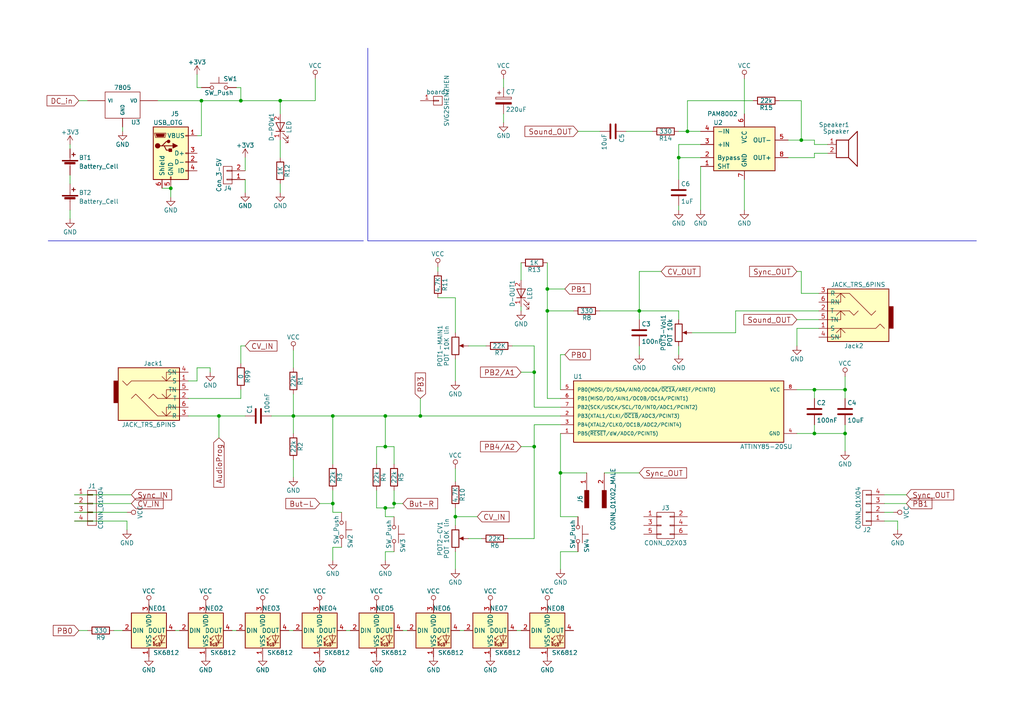
<source format=kicad_sch>
(kicad_sch (version 20230121) (generator eeschema)
  (paper "A4")
  (lib_symbols
    (symbol "MixtapeNEO-3000-rescue:+3V3" (power) (pin_names (offset 0))
      (property "Value" "+3V3" (at 0 3.556 0))
      (symbol "+3V3_1_1"
        (pin power_in line (at 0 0 90) (length 0) hide (name "+3V3") (number "1"))
      )
    )
    (symbol "MixtapeNEO-3000-rescue:7805" (pin_numbers hide) (pin_names (offset 0.762))
      (property "Reference" "U" (at 3.81 -4.9784 0))
      (property "Value" "7805" (at 0 5.08 0))
      (symbol "7805_1_1"
        (pin input line (at 0 -6.35 90) (length 2.54) (name "GND") (number "GND"))
        (pin input line (at -10.16 1.27 0) (length 5.08) (name "VI") (number "VI"))
        (pin power_out line (at 10.16 1.27 180) (length 5.08) (name "VO") (number "VO"))
      )
    )
    (symbol "MixtapeNEO-3000-rescue:ATTINY85-20SU" (pin_names (offset 1.016))
      (property "Reference" "U" (at -29.21 10.16 0))
      (property "Value" "ATTINY85-20SU" (at 25.4 -10.16 0))
      (symbol "ATTINY85-20SU_1_1"
        (pin bidirectional line (at -34.29 -6.35 0) (length 3.81) (name "PB5(~{RESET}/dW/ADC0/PCINT5)") (number "1"))
        (pin bidirectional line (at -34.29 -1.27 0) (length 3.81) (name "PB3(XTAL1/CLKI/~{OC1B}/ADC3/PCINT3)") (number "2"))
        (pin bidirectional line (at -34.29 -3.81 0) (length 3.81) (name "PB4(XTAL2/CLKO/OC1B/ADC2/PCINT4)") (number "3"))
        (pin power_in line (at 34.29 -6.35 180) (length 3.81) (name "GND") (number "4"))
        (pin bidirectional line (at -34.29 6.35 0) (length 3.81) (name "PB0(MOSI/DI/SDA/AIN0/OC0A/~{OC1A}/AREF/PCINT0)") (number "5"))
        (pin bidirectional line (at -34.29 3.81 0) (length 3.81) (name "PB1(MISO/DO/AIN1/OC0B/OC1A/PCINT1)") (number "6"))
        (pin bidirectional line (at -34.29 1.27 0) (length 3.81) (name "PB2(SCK/USCK/SCL/T0/INT0/ADC1/PCINT2)") (number "7"))
        (pin power_in line (at 34.29 6.35 180) (length 3.81) (name "VCC") (number "8"))
      )
    )
    (symbol "MixtapeNEO-3000-rescue:Battery_Cell" (pin_numbers hide) (pin_names (offset 0) hide)
      (property "Reference" "BT" (at 2.54 2.54 0))
      (property "Value" "Battery_Cell" (at 2.54 0 0))
      (symbol "Battery_Cell_1_1"
        (pin passive line (at 0 5.08 270) (length 2.54) (name "+") (number "1"))
        (pin passive line (at 0 -2.54 90) (length 2.54) (name "-") (number "2"))
      )
    )
    (symbol "MixtapeNEO-3000-rescue:C" (pin_numbers hide) (pin_names (offset 0.254))
      (property "Reference" "C" (at 0.635 2.54 0))
      (property "Value" "C" (at 0.635 -2.54 0))
      (symbol "C_1_1"
        (pin passive line (at 0 3.81 270) (length 2.794) (name "~") (number "1"))
        (pin passive line (at 0 -3.81 90) (length 2.794) (name "~") (number "2"))
      )
    )
    (symbol "MixtapeNEO-3000-rescue:CONN_01X01" (pin_names (offset 1.016) hide)
      (property "Reference" "J" (at 0 2.54 0))
      (property "Value" "CONN_01X01" (at 2.54 0 90))
      (symbol "CONN_01X01_1_1"
        (pin passive line (at -5.08 0 0) (length 3.81) (name "P1") (number "1"))
      )
    )
    (symbol "MixtapeNEO-3000-rescue:CONN_01X02" (pin_names (offset 1.016) hide)
      (property "Reference" "J" (at 0 3.81 0))
      (property "Value" "CONN_01X02" (at 2.54 0 90))
      (symbol "CONN_01X02_1_1"
        (pin passive line (at -5.08 1.27 0) (length 3.81) (name "P1") (number "1"))
        (pin passive line (at -5.08 -1.27 0) (length 3.81) (name "P2") (number "2"))
      )
    )
    (symbol "MixtapeNEO-3000-rescue:CONN_01X02_MALE" (pin_names (offset 1.016) hide)
      (property "Reference" "J" (at 0 4.445 0))
      (property "Value" "CONN_01X02_MALE" (at 0 -5.08 0))
      (symbol "CONN_01X02_MALE_1_1"
        (pin passive line (at 7.62 2.54 180) (length 5.08) (name "1") (number "1"))
        (pin passive line (at 7.62 -2.54 180) (length 5.08) (name "2") (number "2"))
      )
    )
    (symbol "MixtapeNEO-3000-rescue:CONN_01X04" (pin_names (offset 1.016) hide)
      (property "Reference" "J" (at 0 6.35 0))
      (property "Value" "CONN_01X04" (at 2.54 0 90))
      (symbol "CONN_01X04_1_1"
        (pin passive line (at -5.08 3.81 0) (length 3.81) (name "P1") (number "1"))
        (pin passive line (at -5.08 1.27 0) (length 3.81) (name "P2") (number "2"))
        (pin passive line (at -5.08 -1.27 0) (length 3.81) (name "P3") (number "3"))
        (pin passive line (at -5.08 -3.81 0) (length 3.81) (name "P4") (number "4"))
      )
    )
    (symbol "MixtapeNEO-3000-rescue:CONN_02X03" (pin_names (offset 0.0254) hide)
      (property "Reference" "J" (at 0 5.08 0))
      (property "Value" "CONN_02X03" (at 0 -5.08 0))
      (symbol "CONN_02X03_1_1"
        (pin passive line (at -6.35 2.54 0) (length 3.81) (name "P1") (number "1"))
        (pin passive line (at 6.35 2.54 180) (length 3.81) (name "P2") (number "2"))
        (pin passive line (at -6.35 0 0) (length 3.81) (name "P3") (number "3"))
        (pin passive line (at 6.35 0 180) (length 3.81) (name "P4") (number "4"))
        (pin passive line (at -6.35 -2.54 0) (length 3.81) (name "P5") (number "5"))
        (pin passive line (at 6.35 -2.54 180) (length 3.81) (name "P6") (number "6"))
      )
    )
    (symbol "MixtapeNEO-3000-rescue:CP" (pin_numbers hide) (pin_names (offset 0.254))
      (property "Reference" "C" (at 0.635 2.54 0))
      (property "Value" "CP" (at 0.635 -2.54 0))
      (symbol "CP_1_1"
        (pin passive line (at 0 3.81 270) (length 2.794) (name "~") (number "1"))
        (pin passive line (at 0 -3.81 90) (length 2.794) (name "~") (number "2"))
      )
    )
    (symbol "MixtapeNEO-3000-rescue:GND" (power) (pin_names (offset 0))
      (property "Value" "GND" (at 0 -3.81 0))
      (symbol "GND_1_1"
        (pin power_in line (at 0 0 270) (length 0) hide (name "GND") (number "1"))
      )
    )
    (symbol "MixtapeNEO-3000-rescue:JACK_TRS_6PINS" (pin_names (offset 0.762))
      (property "Reference" "J" (at 0 10.16 0))
      (property "Value" "JACK_TRS_6PINS" (at -1.27 -7.62 0))
      (symbol "JACK_TRS_6PINS_1_1"
        (pin passive line (at 10.16 5.08 180) (length 2.54) (name "S") (number "1"))
        (pin passive line (at 10.16 0 180) (length 2.54) (name "T") (number "2"))
        (pin passive line (at 10.16 -5.08 180) (length 2.54) (name "R") (number "3"))
        (pin passive line (at 10.16 7.62 180) (length 2.54) (name "SN") (number "4"))
        (pin passive line (at 10.16 2.54 180) (length 2.54) (name "TN") (number "5"))
        (pin passive line (at 10.16 -2.54 180) (length 2.54) (name "RN") (number "6"))
      )
    )
    (symbol "MixtapeNEO-3000-rescue:LED" (pin_names (offset 1.016) hide)
      (property "Reference" "D" (at 0 2.54 0))
      (property "Value" "LED" (at 0 -2.54 0))
      (symbol "LED_1_1"
        (pin passive line (at -3.81 0 0) (length 2.54) (name "K") (number "1"))
        (pin passive line (at 3.81 0 180) (length 2.54) (name "A") (number "2"))
      )
    )
    (symbol "MixtapeNEO-3000-rescue:PAM8002" (pin_names (offset 1.016))
      (property "Reference" "U" (at -7.62 7.62 0))
      (property "Value" "PAM8002" (at -6.35 10.16 0))
      (symbol "PAM8002_1_1"
        (pin passive line (at -12.7 -5.08 0) (length 3.81) (name "SHT") (number "1"))
        (pin input line (at -12.7 -2.54 0) (length 3.81) (name "Bypass") (number "2"))
        (pin input line (at -12.7 1.27 0) (length 3.81) (name "+IN") (number "3"))
        (pin input line (at -12.7 5.08 0) (length 3.81) (name "-IN") (number "4"))
        (pin output line (at 12.7 2.54 180) (length 3.81) (name "OUT-") (number "5"))
        (pin power_in line (at 0 10.16 270) (length 3.81) (name "VCC") (number "6"))
        (pin power_in line (at 0 -8.89 90) (length 2.54) (name "GND") (number "7"))
        (pin output line (at 12.7 -2.54 180) (length 3.81) (name "OUT+") (number "8"))
      )
    )
    (symbol "MixtapeNEO-3000-rescue:POT" (pin_numbers hide) (pin_names (offset 1.016) hide)
      (property "Reference" "RV" (at -4.445 0 90))
      (property "Value" "POT" (at -2.54 0 90))
      (symbol "POT_1_1"
        (pin passive line (at 0 3.81 270) (length 1.27) (name "1") (number "1"))
        (pin passive line (at 3.81 0 180) (length 1.27) (name "2") (number "2"))
        (pin passive line (at 0 -3.81 90) (length 1.27) (name "3") (number "3"))
      )
    )
    (symbol "MixtapeNEO-3000-rescue:R" (pin_numbers hide) (pin_names (offset 0))
      (property "Reference" "R" (at 2.032 0 90))
      (property "Value" "R" (at 0 0 90))
      (symbol "R_1_1"
        (pin passive line (at 0 3.81 270) (length 1.27) (name "~") (number "1"))
        (pin passive line (at 0 -3.81 90) (length 1.27) (name "~") (number "2"))
      )
    )
    (symbol "MixtapeNEO-3000-rescue:SK6812" (pin_names (offset 0.254))
      (property "Reference" "D" (at 5.08 5.715 0))
      (property "Value" "SK6812" (at 1.27 -5.715 0))
      (symbol "SK6812_0_0"
        (text "RGB" (at 2.286 -4.191 0) (effects (font (size 0.762 0.762))))
      )
      (symbol "SK6812_1_1"
        (pin power_in line (at 0 -7.62 90) (length 2.54) (name "VSS") (number "1"))
        (pin input line (at -7.62 0 0) (length 2.54) (name "DIN") (number "2"))
        (pin power_in line (at 0 7.62 270) (length 2.54) (name "VDD") (number "3"))
        (pin output line (at 7.62 0 180) (length 2.54) (name "DOUT") (number "4"))
      )
    )
    (symbol "MixtapeNEO-3000-rescue:Speaker" (pin_names (offset 0) hide)
      (property "Reference" "LS" (at 1.27 5.715 0))
      (property "Value" "Speaker" (at 1.27 3.81 0))
      (symbol "Speaker_1_1"
        (pin input line (at -5.08 0 0) (length 2.54) (name "1") (number "1"))
        (pin input line (at -5.08 -2.54 0) (length 2.54) (name "2") (number "2"))
      )
    )
    (symbol "MixtapeNEO-3000-rescue:USB_OTG" (pin_names (offset 1.016))
      (property "Reference" "J" (at -5.08 11.43 0))
      (property "Value" "USB_OTG" (at -5.08 8.89 0))
      (symbol "USB_OTG_1_1"
        (pin power_in line (at 7.62 5.08 180) (length 2.54) (name "VBUS") (number "1"))
        (pin passive line (at 7.62 -2.54 180) (length 2.54) (name "D-") (number "2"))
        (pin passive line (at 7.62 0 180) (length 2.54) (name "D+") (number "3"))
        (pin passive line (at 7.62 -5.08 180) (length 2.54) (name "ID") (number "4"))
        (pin power_in line (at 0 -10.16 90) (length 2.54) (name "GND") (number "5"))
        (pin passive line (at -2.54 -10.16 90) (length 2.54) (name "Shield") (number "6"))
      )
    )
    (symbol "MixtapeNEO-3000-rescue:VCC" (power) (pin_names (offset 0))
      (property "Value" "VCC" (at 0 3.81 0))
      (symbol "VCC_1_1"
        (pin power_in line (at 0 0 90) (length 0) hide (name "VCC") (number "1"))
      )
    )
    (symbol "mixtape_schematics:SW_Push" (pin_numbers hide) (pin_names (offset 1.016) hide)
      (property "Reference" "SW" (at 1.27 2.54 0))
      (property "Value" "SW_Push" (at 0 -1.524 0))
      (symbol "SW_Push_0_1"
        (pin passive line (at -5.08 0 0) (length 2.54) (name "1") (number "1"))
        (pin passive line (at 5.08 0 180) (length 2.54) (name "2") (number "2"))
      )
    )
  )
  (junction (at 199.39 38.1))
  (junction (at 154.94 129.54))
  (junction (at 162.56 137.16))
  (junction (at 245.11 125.73))
  (junction (at 132.08 149.86))
  (junction (at 196.85 45.72))
  (junction (at 49.53 54.61))
  (junction (at 111.76 147.32))
  (junction (at 236.22 125.73))
  (junction (at 154.94 107.95))
  (junction (at 69.85 29.21))
  (junction (at 232.41 40.64))
  (junction (at 236.22 113.03))
  (junction (at 85.09 120.65))
  (junction (at 111.76 120.65))
  (junction (at 121.92 120.65))
  (junction (at 114.3 146.05))
  (junction (at 158.75 90.17))
  (junction (at 81.28 29.21))
  (junction (at 111.76 129.54))
  (junction (at 58.42 29.21))
  (junction (at 96.52 120.65))
  (junction (at 63.5 120.65))
  (junction (at 185.42 90.17))
  (junction (at 158.75 83.82))
  (junction (at 245.11 113.03))
  (junction (at 96.52 146.05))
  (wire (pts (xy 236.22 113.03) (xy 245.11 113.03)))
  (wire (pts (xy 167.64 160.02) (xy 162.56 160.02)))
  (wire (pts (xy 132.08 86.36) (xy 132.08 96.52)))
  (wire (pts (xy 96.52 158.75) (xy 96.52 162.56)))
  (wire (pts (xy 114.3 146.05) (xy 114.3 142.24)))
  (wire (pts (xy 231.14 78.74) (xy 232.41 78.74)))
  (wire (pts (xy 200.66 96.52) (xy 213.36 96.52)))
  (wire (pts (xy 167.64 38.1) (xy 173.99 38.1)))
  (wire (pts (xy 148.59 100.33) (xy 154.94 100.33)))
  (wire (pts (xy 134.62 182.88) (xy 133.35 182.88)))
  (wire (pts (xy 85.09 133.35) (xy 85.09 138.43)))
  (wire (pts (xy 58.42 29.21) (xy 69.85 29.21)))
  (wire (pts (xy 132.08 147.32) (xy 132.08 149.86)))
  (wire (pts (xy 185.42 78.74) (xy 185.42 90.17)))
  (wire (pts (xy 231.14 125.73) (xy 236.22 125.73)))
  (wire (pts (xy 158.75 76.2) (xy 158.75 83.82)))
  (wire (pts (xy 71.12 100.33) (xy 69.85 100.33)))
  (wire (pts (xy 20.32 50.8) (xy 20.32 53.34)))
  (wire (pts (xy 121.92 115.57) (xy 121.92 120.65)))
  (polyline (pts (xy 106.68 13.97) (xy 106.68 69.85)))
  (wire (pts (xy 111.76 129.54) (xy 111.76 120.65)))
  (wire (pts (xy 236.22 125.73) (xy 236.22 123.19)))
  (wire (pts (xy 85.09 101.6) (xy 85.09 106.68)))
  (wire (pts (xy 151.13 182.88) (xy 149.86 182.88)))
  (wire (pts (xy 162.56 137.16) (xy 162.56 149.86)))
  (wire (pts (xy 81.28 29.21) (xy 91.44 29.21)))
  (wire (pts (xy 121.92 120.65) (xy 162.56 120.65)))
  (wire (pts (xy 232.41 40.64) (xy 236.22 40.64)))
  (wire (pts (xy 151.13 107.95) (xy 154.94 107.95)))
  (wire (pts (xy 196.85 59.69) (xy 196.85 60.96)))
  (wire (pts (xy 245.11 125.73) (xy 245.11 130.81)))
  (wire (pts (xy 96.52 146.05) (xy 96.52 148.59)))
  (wire (pts (xy 35.56 182.88) (xy 33.02 182.88)))
  (wire (pts (xy 69.85 25.4) (xy 69.85 29.21)))
  (wire (pts (xy 69.85 100.33) (xy 69.85 105.41)))
  (wire (pts (xy 158.75 90.17) (xy 158.75 115.57)))
  (wire (pts (xy 132.08 160.02) (xy 132.08 165.1)))
  (wire (pts (xy 57.15 39.37) (xy 58.42 39.37)))
  (wire (pts (xy 146.05 22.86) (xy 146.05 25.4)))
  (wire (pts (xy 54.61 115.57) (xy 69.85 115.57)))
  (wire (pts (xy 228.6 40.64) (xy 232.41 40.64)))
  (wire (pts (xy 226.06 29.21) (xy 232.41 29.21)))
  (wire (pts (xy 71.12 52.07) (xy 71.12 55.88)))
  (wire (pts (xy 71.12 45.72) (xy 71.12 49.53)))
  (wire (pts (xy 116.84 146.05) (xy 114.3 146.05)))
  (wire (pts (xy 96.52 142.24) (xy 96.52 146.05)))
  (wire (pts (xy 151.13 76.2) (xy 151.13 81.28)))
  (wire (pts (xy 58.42 39.37) (xy 58.42 29.21)))
  (wire (pts (xy 81.28 40.64) (xy 81.28 45.72)))
  (wire (pts (xy 85.09 120.65) (xy 85.09 125.73)))
  (wire (pts (xy 21.59 148.59) (xy 36.83 148.59)))
  (wire (pts (xy 232.41 29.21) (xy 232.41 40.64)))
  (wire (pts (xy 96.52 134.62) (xy 96.52 120.65)))
  (wire (pts (xy 240.03 41.91) (xy 236.22 41.91)))
  (wire (pts (xy 256.54 148.59) (xy 259.08 148.59)))
  (wire (pts (xy 154.94 100.33) (xy 154.94 107.95)))
  (wire (pts (xy 60.96 106.68) (xy 60.96 107.95)))
  (wire (pts (xy 185.42 90.17) (xy 196.85 90.17)))
  (wire (pts (xy 114.3 160.02) (xy 111.76 160.02)))
  (wire (pts (xy 236.22 44.45) (xy 240.03 44.45)))
  (wire (pts (xy 231.14 95.25) (xy 237.49 95.25)))
  (wire (pts (xy 232.41 78.74) (xy 232.41 85.09)))
  (wire (pts (xy 36.83 151.13) (xy 36.83 153.67)))
  (wire (pts (xy 236.22 125.73) (xy 245.11 125.73)))
  (wire (pts (xy 189.23 38.1) (xy 181.61 38.1)))
  (wire (pts (xy 135.89 100.33) (xy 140.97 100.33)))
  (wire (pts (xy 199.39 29.21) (xy 199.39 38.1)))
  (wire (pts (xy 52.07 182.88) (xy 50.8 182.88)))
  (wire (pts (xy 57.15 25.4) (xy 58.42 25.4)))
  (wire (pts (xy 20.32 41.91) (xy 20.32 43.18)))
  (wire (pts (xy 196.85 41.91) (xy 196.85 45.72)))
  (wire (pts (xy 154.94 156.21) (xy 147.32 156.21)))
  (wire (pts (xy 22.86 182.88) (xy 25.4 182.88)))
  (wire (pts (xy 69.85 115.57) (xy 69.85 113.03)))
  (wire (pts (xy 196.85 38.1) (xy 199.39 38.1)))
  (wire (pts (xy 162.56 125.73) (xy 162.56 137.16)))
  (wire (pts (xy 54.61 120.65) (xy 63.5 120.65)))
  (wire (pts (xy 68.58 25.4) (xy 69.85 25.4)))
  (wire (pts (xy 146.05 33.02) (xy 146.05 35.56)))
  (wire (pts (xy 158.75 83.82) (xy 158.75 90.17)))
  (wire (pts (xy 175.26 137.16) (xy 185.42 137.16)))
  (wire (pts (xy 245.11 113.03) (xy 245.11 115.57)))
  (wire (pts (xy 114.3 147.32) (xy 114.3 146.05)))
  (wire (pts (xy 81.28 53.34) (xy 81.28 55.88)))
  (wire (pts (xy 218.44 29.21) (xy 199.39 29.21)))
  (wire (pts (xy 135.89 156.21) (xy 139.7 156.21)))
  (wire (pts (xy 91.44 29.21) (xy 91.44 22.86)))
  (wire (pts (xy 154.94 107.95) (xy 154.94 118.11)))
  (wire (pts (xy 114.3 129.54) (xy 114.3 134.62)))
  (wire (pts (xy 21.59 146.05) (xy 38.1 146.05)))
  (wire (pts (xy 68.58 182.88) (xy 67.31 182.88)))
  (wire (pts (xy 162.56 102.87) (xy 163.83 102.87)))
  (wire (pts (xy 63.5 127) (xy 63.5 120.65)))
  (wire (pts (xy 111.76 129.54) (xy 114.3 129.54)))
  (wire (pts (xy 92.71 146.05) (xy 96.52 146.05)))
  (wire (pts (xy 127 86.36) (xy 132.08 86.36)))
  (wire (pts (xy 109.22 147.32) (xy 111.76 147.32)))
  (wire (pts (xy 231.14 95.25) (xy 231.14 100.33)))
  (wire (pts (xy 162.56 137.16) (xy 170.18 137.16)))
  (wire (pts (xy 215.9 22.86) (xy 215.9 33.02)))
  (wire (pts (xy 21.59 143.51) (xy 38.1 143.51)))
  (wire (pts (xy 96.52 148.59) (xy 99.06 148.59)))
  (wire (pts (xy 22.86 29.21) (xy 25.4 29.21)))
  (wire (pts (xy 96.52 120.65) (xy 111.76 120.65)))
  (wire (pts (xy 154.94 123.19) (xy 154.94 129.54)))
  (wire (pts (xy 154.94 129.54) (xy 154.94 156.21)))
  (wire (pts (xy 236.22 41.91) (xy 236.22 40.64)))
  (wire (pts (xy 99.06 158.75) (xy 96.52 158.75)))
  (wire (pts (xy 213.36 96.52) (xy 213.36 90.17)))
  (wire (pts (xy 63.5 120.65) (xy 71.12 120.65)))
  (wire (pts (xy 237.49 92.71) (xy 231.14 92.71)))
  (wire (pts (xy 85.09 182.88) (xy 83.82 182.88)))
  (wire (pts (xy 256.54 151.13) (xy 260.35 151.13)))
  (wire (pts (xy 49.53 54.61) (xy 46.99 54.61)))
  (wire (pts (xy 111.76 160.02) (xy 111.76 162.56)))
  (wire (pts (xy 78.74 120.65) (xy 85.09 120.65)))
  (wire (pts (xy 151.13 88.9) (xy 151.13 90.17)))
  (wire (pts (xy 154.94 123.19) (xy 162.56 123.19)))
  (polyline (pts (xy 105.41 69.85) (xy 13.97 69.85)))
  (wire (pts (xy 85.09 114.3) (xy 85.09 120.65)))
  (wire (pts (xy 111.76 149.86) (xy 114.3 149.86)))
  (wire (pts (xy 236.22 45.72) (xy 236.22 44.45)))
  (wire (pts (xy 173.99 90.17) (xy 185.42 90.17)))
  (wire (pts (xy 231.14 113.03) (xy 236.22 113.03)))
  (wire (pts (xy 196.85 100.33) (xy 196.85 102.87)))
  (wire (pts (xy 154.94 118.11) (xy 162.56 118.11)))
  (wire (pts (xy 57.15 106.68) (xy 60.96 106.68)))
  (wire (pts (xy 20.32 60.96) (xy 20.32 63.5)))
  (wire (pts (xy 262.89 146.05) (xy 256.54 146.05)))
  (wire (pts (xy 151.13 129.54) (xy 154.94 129.54)))
  (wire (pts (xy 111.76 147.32) (xy 111.76 149.86)))
  (wire (pts (xy 162.56 149.86) (xy 167.64 149.86)))
  (wire (pts (xy 245.11 123.19) (xy 245.11 125.73)))
  (polyline (pts (xy 106.68 69.85) (xy 283.21 69.85)))
  (wire (pts (xy 109.22 129.54) (xy 109.22 134.62)))
  (wire (pts (xy 109.22 142.24) (xy 109.22 147.32)))
  (wire (pts (xy 69.85 29.21) (xy 81.28 29.21)))
  (wire (pts (xy 185.42 100.33) (xy 185.42 102.87)))
  (wire (pts (xy 185.42 90.17) (xy 185.42 92.71)))
  (wire (pts (xy 45.72 29.21) (xy 58.42 29.21)))
  (wire (pts (xy 185.42 78.74) (xy 191.77 78.74)))
  (wire (pts (xy 232.41 85.09) (xy 237.49 85.09)))
  (wire (pts (xy 132.08 104.14) (xy 132.08 110.49)))
  (wire (pts (xy 203.2 41.91) (xy 196.85 41.91)))
  (wire (pts (xy 109.22 129.54) (xy 111.76 129.54)))
  (wire (pts (xy 162.56 160.02) (xy 162.56 165.1)))
  (wire (pts (xy 101.6 182.88) (xy 100.33 182.88)))
  (wire (pts (xy 111.76 120.65) (xy 121.92 120.65)))
  (wire (pts (xy 81.28 29.21) (xy 81.28 33.02)))
  (wire (pts (xy 196.85 90.17) (xy 196.85 92.71)))
  (wire (pts (xy 196.85 45.72) (xy 196.85 52.07)))
  (wire (pts (xy 215.9 52.07) (xy 215.9 60.96)))
  (wire (pts (xy 118.11 182.88) (xy 116.84 182.88)))
  (wire (pts (xy 158.75 90.17) (xy 166.37 90.17)))
  (wire (pts (xy 35.56 36.83) (xy 35.56 38.1)))
  (wire (pts (xy 163.83 83.82) (xy 158.75 83.82)))
  (wire (pts (xy 158.75 115.57) (xy 162.56 115.57)))
  (wire (pts (xy 138.43 149.86) (xy 132.08 149.86)))
  (wire (pts (xy 111.76 147.32) (xy 114.3 147.32)))
  (wire (pts (xy 203.2 45.72) (xy 196.85 45.72)))
  (wire (pts (xy 49.53 54.61) (xy 49.53 57.15)))
  (wire (pts (xy 85.09 120.65) (xy 96.52 120.65)))
  (wire (pts (xy 245.11 109.22) (xy 245.11 113.03)))
  (wire (pts (xy 54.61 110.49) (xy 57.15 110.49)))
  (wire (pts (xy 57.15 21.59) (xy 57.15 25.4)))
  (wire (pts (xy 132.08 135.89) (xy 132.08 139.7)))
  (wire (pts (xy 260.35 151.13) (xy 260.35 153.67)))
  (wire (pts (xy 236.22 113.03) (xy 236.22 115.57)))
  (wire (pts (xy 262.89 143.51) (xy 256.54 143.51)))
  (wire (pts (xy 228.6 45.72) (xy 236.22 45.72)))
  (wire (pts (xy 127 77.47) (xy 127 78.74)))
  (wire (pts (xy 132.08 149.86) (xy 132.08 152.4)))
  (wire (pts (xy 199.39 38.1) (xy 203.2 38.1)))
  (wire (pts (xy 162.56 113.03) (xy 162.56 102.87)))
  (wire (pts (xy 57.15 110.49) (xy 57.15 106.68)))
  (wire (pts (xy 203.2 48.26) (xy 203.2 60.96)))
  (wire (pts (xy 213.36 90.17) (xy 237.49 90.17)))
  (wire (pts (xy 21.59 151.13) (xy 36.83 151.13)))
  (global_label "Sync_OUT" (shape input) (at 262.89 143.51 0) (effects (font (size 1.524 1.524))) (property "Intersheetrefs" "${INTERSHEET_REFS}" (effects hide)))
  (global_label "PB0" (shape input) (at 22.86 182.88 180) (effects (font (size 1.524 1.524))) (property "Intersheetrefs" "${INTERSHEET_REFS}" (effects hide)))
  (global_label "CV_IN" (shape input) (at 138.43 149.86 0) (effects (font (size 1.524 1.524))) (property "Intersheetrefs" "${INTERSHEET_REFS}" (effects hide)))
  (global_label "PB1" (shape input) (at 163.83 83.82 0) (effects (font (size 1.524 1.524))) (property "Intersheetrefs" "${INTERSHEET_REFS}" (effects hide)))
  (global_label "Sound_OUT" (shape input) (at 167.64 38.1 180) (effects (font (size 1.524 1.524))) (property "Intersheetrefs" "${INTERSHEET_REFS}" (effects hide)))
  (global_label "PB4/A2" (shape input) (at 151.13 129.54 180) (effects (font (size 1.524 1.524))) (property "Intersheetrefs" "${INTERSHEET_REFS}" (effects hide)))
  (global_label "PB0" (shape input) (at 163.83 102.87 0) (effects (font (size 1.524 1.524))) (property "Intersheetrefs" "${INTERSHEET_REFS}" (effects hide)))
  (global_label "PB1" (shape input) (at 262.89 146.05 0) (effects (font (size 1.524 1.524))) (property "Intersheetrefs" "${INTERSHEET_REFS}" (effects hide)))
  (global_label "DC_in" (shape input) (at 22.86 29.21 180) (effects (font (size 1.524 1.524))) (property "Intersheetrefs" "${INTERSHEET_REFS}" (effects hide)))
  (global_label "CV_OUT" (shape input) (at 191.77 78.74 0) (effects (font (size 1.524 1.524))) (property "Intersheetrefs" "${INTERSHEET_REFS}" (effects hide)))
  (global_label "But-L" (shape input) (at 92.71 146.05 180) (effects (font (size 1.524 1.524))) (property "Intersheetrefs" "${INTERSHEET_REFS}" (effects hide)))
  (global_label "AudioProg" (shape input) (at 63.5 127 270) (effects (font (size 1.524 1.524))) (property "Intersheetrefs" "${INTERSHEET_REFS}" (effects hide)))
  (global_label "Sound_OUT" (shape input) (at 231.14 92.71 180) (effects (font (size 1.524 1.524))) (property "Intersheetrefs" "${INTERSHEET_REFS}" (effects hide)))
  (global_label "CV_IN" (shape input) (at 38.1 146.05 0) (effects (font (size 1.524 1.524))) (property "Intersheetrefs" "${INTERSHEET_REFS}" (effects hide)))
  (global_label "Sync_OUT" (shape input) (at 185.42 137.16 0) (effects (font (size 1.524 1.524))) (property "Intersheetrefs" "${INTERSHEET_REFS}" (effects hide)))
  (global_label "PB2/A1" (shape input) (at 151.13 107.95 180) (effects (font (size 1.524 1.524))) (property "Intersheetrefs" "${INTERSHEET_REFS}" (effects hide)))
  (global_label "CV_IN" (shape input) (at 71.12 100.33 0) (effects (font (size 1.524 1.524))) (property "Intersheetrefs" "${INTERSHEET_REFS}" (effects hide)))
  (global_label "PB3" (shape input) (at 121.92 115.57 90) (effects (font (size 1.524 1.524))) (property "Intersheetrefs" "${INTERSHEET_REFS}" (effects hide)))
  (global_label "Sync_IN" (shape input) (at 38.1 143.51 0) (effects (font (size 1.524 1.524))) (property "Intersheetrefs" "${INTERSHEET_REFS}" (effects hide)))
  (global_label "But-R" (shape input) (at 116.84 146.05 0) (effects (font (size 1.524 1.524))) (property "Intersheetrefs" "${INTERSHEET_REFS}" (effects hide)))
  (global_label "Sync_OUT" (shape input) (at 231.14 78.74 180) (effects (font (size 1.524 1.524))) (property "Intersheetrefs" "${INTERSHEET_REFS}" (effects hide)))
  (symbol (lib_id "MixtapeNEO-3000-rescue:POT") (at 132.08 156.21 0) (unit 1)
    (property "Reference" "POT2-CV1" (at 127.635 156.21 90))
    (property "Value" "POT 10K lin" (at 129.54 156.21 90))
    (property "Footprint" "8BitMixtape-3000-clean:Potentiometer_backPads_noHole" (effects hide))
  )
  (symbol (lib_id "MixtapeNEO-3000-rescue:POT") (at 132.08 100.33 0) (unit 1)
    (property "Reference" "POT1-MAIN1" (at 127.635 100.33 90))
    (property "Value" "POT 10K lin" (at 129.54 100.33 90))
    (property "Footprint" "8BitMixtape-3000-clean:Potentiometer_backPads_noHole" (effects hide))
  )
  (symbol (lib_id "MixtapeNEO-3000-rescue:POT") (at 196.85 96.52 0) (unit 1)
    (property "Reference" "POT3-Vol1" (at 192.405 96.52 90))
    (property "Value" "POT 10k" (at 194.31 96.52 90))
    (property "Footprint" "8BitMixtape-3000-clean:Potentiometer_wheel" (effects hide))
  )
  (symbol (lib_id "MixtapeNEO-3000-rescue:JACK_TRS_6PINS") (at 247.65 90.17 180) (unit 1)
    (property "Reference" "Jack2" (at 247.65 100.33 0))
    (property "Value" "JACK_TRS_6PINS" (at 248.92 82.55 0))
    (property "Footprint" "8BitMixtape-3000-clean:AUDIO-Jack_3.5mm_5Pin" (effects hide))
  )
  (symbol (lib_id "MixtapeNEO-3000-rescue:JACK_TRS_6PINS") (at 44.45 115.57 0) (unit 1)
    (property "Reference" "Jack1" (at 44.45 105.41 0))
    (property "Value" "JACK_TRS_6PINS" (at 43.18 123.19 0))
    (property "Footprint" "8BitMixtape-3000-clean:AUDIO-Jack_3.5mm_5Pin" (effects hide))
  )
  (symbol (lib_id "MixtapeNEO-3000-rescue:R") (at 127 82.55 0) (unit 1)
    (property "Reference" "R11" (at 129.032 82.55 90))
    (property "Value" "4.7K" (at 127 82.55 90))
    (property "Footprint" "8BitMixtape-3000-clean:R_1206_HandSoldering" (effects hide))
  )
  (symbol (lib_id "MixtapeNEO-3000-rescue:R") (at 132.08 143.51 0) (unit 1)
    (property "Reference" "R10" (at 134.112 143.51 90))
    (property "Value" "4.7K" (at 132.08 143.51 90))
    (property "Footprint" "8BitMixtape-3000-clean:R_1206_HandSoldering" (effects hide))
  )
  (symbol (lib_id "MixtapeNEO-3000-rescue:C") (at 74.93 120.65 90) (unit 1)
    (property "Reference" "C1" (at 72.39 120.015 0) (effects (justify left)))
    (property "Value" "100nF" (at 77.47 120.015 0) (effects (justify left)))
    (property "Footprint" "8BitMixtape-3000-clean:C_1206_HandSoldering" (effects hide))
  )
  (symbol (lib_id "MixtapeNEO-3000-rescue:C") (at 236.22 119.38 0) (unit 1)
    (property "Reference" "C2" (at 236.855 116.84 0) (effects (justify left)))
    (property "Value" "100nF" (at 236.855 121.92 0) (effects (justify left)))
    (property "Footprint" "8BitMixtape-3000-clean:C_1206_HandSoldering" (effects hide))
  )
  (symbol (lib_id "MixtapeNEO-3000-rescue:C") (at 185.42 96.52 0) (unit 1)
    (property "Reference" "C3" (at 186.055 93.98 0) (effects (justify left)))
    (property "Value" "100nF" (at 186.055 99.06 0) (effects (justify left)))
    (property "Footprint" "8BitMixtape-3000-clean:C_1206_HandSoldering" (effects hide))
  )
  (symbol (lib_id "MixtapeNEO-3000-rescue:GND") (at 132.08 110.49 0) (unit 1)
    (property "Reference" "#PWR01" (effects hide))
    (property "Value" "GND" (at 132.08 114.3 0))
  )
  (symbol (lib_id "MixtapeNEO-3000-rescue:VCC") (at 127 77.47 0) (unit 1)
    (property "Reference" "#PWR02" (effects hide))
    (property "Value" "VCC" (at 127 73.66 0))
  )
  (symbol (lib_id "MixtapeNEO-3000-rescue:VCC") (at 132.08 135.89 0) (unit 1)
    (property "Reference" "#PWR03" (effects hide))
    (property "Value" "VCC" (at 132.08 132.08 0))
  )
  (symbol (lib_id "MixtapeNEO-3000-rescue:R") (at 144.78 100.33 270) (unit 1)
    (property "Reference" "R7" (at 144.78 102.362 90))
    (property "Value" "22K" (at 144.78 100.33 90))
    (property "Footprint" "8BitMixtape-3000-clean:R_1206_HandSoldering" (effects hide))
  )
  (symbol (lib_id "MixtapeNEO-3000-rescue:R") (at 143.51 156.21 270) (unit 1)
    (property "Reference" "R6" (at 143.51 158.242 90))
    (property "Value" "22K" (at 143.51 156.21 90))
    (property "Footprint" "8BitMixtape-3000-clean:R_1206_HandSoldering" (effects hide))
  )
  (symbol (lib_id "MixtapeNEO-3000-rescue:R") (at 85.09 110.49 0) (unit 1)
    (property "Reference" "R1" (at 87.122 110.49 90))
    (property "Value" "22k" (at 85.09 110.49 90))
    (property "Footprint" "8BitMixtape-3000-clean:R_1206_HandSoldering" (effects hide))
  )
  (symbol (lib_id "MixtapeNEO-3000-rescue:R") (at 85.09 129.54 0) (unit 1)
    (property "Reference" "R2" (at 87.122 129.54 90))
    (property "Value" "22k" (at 85.09 129.54 90))
    (property "Footprint" "8BitMixtape-3000-clean:R_1206_HandSoldering" (effects hide))
  )
  (symbol (lib_id "MixtapeNEO-3000-rescue:GND") (at 85.09 138.43 0) (unit 1)
    (property "Reference" "#PWR04" (effects hide))
    (property "Value" "GND" (at 85.09 142.24 0))
  )
  (symbol (lib_id "MixtapeNEO-3000-rescue:VCC") (at 85.09 101.6 0) (unit 1)
    (property "Reference" "#PWR05" (effects hide))
    (property "Value" "VCC" (at 85.09 97.79 0))
  )
  (symbol (lib_id "MixtapeNEO-3000-rescue:GND") (at 132.08 165.1 0) (unit 1)
    (property "Reference" "#PWR06" (effects hide))
    (property "Value" "GND" (at 132.08 168.91 0))
  )
  (symbol (lib_id "MixtapeNEO-3000-rescue:R") (at 96.52 138.43 0) (unit 1)
    (property "Reference" "R3" (at 98.552 138.43 90))
    (property "Value" "22k" (at 96.52 138.43 90))
    (property "Footprint" "8BitMixtape-3000-clean:R_1206_HandSoldering" (effects hide))
  )
  (symbol (lib_id "MixtapeNEO-3000-rescue:R") (at 109.22 138.43 0) (unit 1)
    (property "Reference" "R4" (at 111.252 138.43 90))
    (property "Value" "22k" (at 109.22 138.43 90))
    (property "Footprint" "8BitMixtape-3000-clean:R_1206_HandSoldering" (effects hide))
  )
  (symbol (lib_id "MixtapeNEO-3000-rescue:R") (at 114.3 138.43 0) (unit 1)
    (property "Reference" "R5" (at 116.332 138.43 90))
    (property "Value" "22k" (at 114.3 138.43 90))
    (property "Footprint" "8BitMixtape-3000-clean:R_1206_HandSoldering" (effects hide))
  )
  (symbol (lib_id "MixtapeNEO-3000-rescue:GND") (at 111.76 162.56 0) (unit 1)
    (property "Reference" "#PWR07" (effects hide))
    (property "Value" "GND" (at 111.76 166.37 0))
  )
  (symbol (lib_id "MixtapeNEO-3000-rescue:GND") (at 96.52 162.56 0) (unit 1)
    (property "Reference" "#PWR08" (effects hide))
    (property "Value" "GND" (at 96.52 166.37 0))
  )
  (symbol (lib_id "MixtapeNEO-3000-rescue:R") (at 170.18 90.17 270) (unit 1)
    (property "Reference" "R8" (at 170.18 92.202 90))
    (property "Value" "330" (at 170.18 90.17 90))
    (property "Footprint" "8BitMixtape-3000-clean:R_1206_HandSoldering" (effects hide))
  )
  (symbol (lib_id "MixtapeNEO-3000-rescue:GND") (at 185.42 102.87 0) (unit 1)
    (property "Reference" "#PWR09" (effects hide))
    (property "Value" "GND" (at 185.42 106.68 0))
  )
  (symbol (lib_id "MixtapeNEO-3000-rescue:GND") (at 196.85 102.87 0) (unit 1)
    (property "Reference" "#PWR010" (effects hide))
    (property "Value" "GND" (at 196.85 106.68 0))
  )
  (symbol (lib_id "MixtapeNEO-3000-rescue:GND") (at 231.14 100.33 0) (unit 1)
    (property "Reference" "#PWR011" (effects hide))
    (property "Value" "GND" (at 231.14 104.14 0))
  )
  (symbol (lib_id "MixtapeNEO-3000-rescue:GND") (at 60.96 107.95 0) (unit 1)
    (property "Reference" "#PWR012" (effects hide))
    (property "Value" "GND" (at 60.96 111.76 0))
  )
  (symbol (lib_id "MixtapeNEO-3000-rescue:GND") (at 36.83 153.67 0) (unit 1)
    (property "Reference" "#PWR013" (effects hide))
    (property "Value" "GND" (at 36.83 157.48 0))
  )
  (symbol (lib_id "MixtapeNEO-3000-rescue:VCC") (at 36.83 148.59 270) (unit 1)
    (property "Reference" "#PWR014" (effects hide))
    (property "Value" "VCC" (at 40.64 148.59 0))
  )
  (symbol (lib_id "MixtapeNEO-3000-rescue:CONN_01X02_MALE") (at 172.72 144.78 90) (unit 1)
    (property "Reference" "J6" (at 168.275 144.78 0))
    (property "Value" "CONN_01X02_MALE" (at 177.8 144.78 0))
    (property "Footprint" "8BitMixtape-3000-clean:R_0612" (effects hide))
  )
  (symbol (lib_id "MixtapeNEO-3000-rescue:C") (at 245.11 119.38 0) (unit 1)
    (property "Reference" "C4" (at 245.745 116.84 0) (effects (justify left)))
    (property "Value" "10uF" (at 245.745 121.92 0) (effects (justify left)))
    (property "Footprint" "8BitMixtape-3000-clean:C_1206_HandSoldering" (effects hide))
  )
  (symbol (lib_id "MixtapeNEO-3000-rescue:VCC") (at 245.11 109.22 0) (unit 1)
    (property "Reference" "#PWR015" (effects hide))
    (property "Value" "VCC" (at 245.11 105.41 0))
  )
  (symbol (lib_id "MixtapeNEO-3000-rescue:GND") (at 245.11 130.81 0) (unit 1)
    (property "Reference" "#PWR016" (effects hide))
    (property "Value" "GND" (at 245.11 134.62 0))
  )
  (symbol (lib_id "MixtapeNEO-3000-rescue:GND") (at 162.56 165.1 0) (unit 1)
    (property "Reference" "#PWR017" (effects hide))
    (property "Value" "GND" (at 162.56 168.91 0))
  )
  (symbol (lib_id "MixtapeNEO-3000-rescue:ATTINY85-20SU") (at 196.85 119.38 0) (unit 1)
    (property "Reference" "U1" (at 167.64 109.22 0))
    (property "Value" "ATTINY85-20SU" (at 222.25 129.54 0))
    (property "Footprint" "8BitMixtape-3000-clean:Attiny_DIP-8_W7.62mm_mod" (effects hide))
  )
  (symbol (lib_id "mixtape_schematics:SW_Push") (at 63.5 25.4 0) (unit 1)
    (property "Reference" "SW1" (at 64.77 22.86 0) (effects (justify left)))
    (property "Value" "SW_Push" (at 63.5 26.924 0))
    (property "Footprint" "8BitMixtape-3000-clean:Push_SWITCH_hole" (effects hide))
  )
  (symbol (lib_id "mixtape_schematics:SW_Push") (at 99.06 153.67 270) (unit 1)
    (property "Reference" "SW2" (at 101.6 154.94 0) (effects (justify left)))
    (property "Value" "SW_Push" (at 97.536 153.67 0))
    (property "Footprint" "8BitMixtape-3000-clean:TACTILE-PTH_6mm_SMD" (effects hide))
  )
  (symbol (lib_id "mixtape_schematics:SW_Push") (at 114.3 154.94 270) (unit 1)
    (property "Reference" "SW3" (at 116.84 156.21 0) (effects (justify left)))
    (property "Value" "SW_Push" (at 112.776 154.94 0))
    (property "Footprint" "8BitMixtape-3000-clean:TACTILE-PTH_6mm_SMD" (effects hide))
  )
  (symbol (lib_id "MixtapeNEO-3000-rescue:LED") (at 151.13 85.09 90) (unit 1)
    (property "Reference" "D-OUT1" (at 148.59 85.09 0))
    (property "Value" "LED" (at 153.67 85.09 0))
    (property "Footprint" "8BitMixtape-3000-clean:LED_2835_minimal" (effects hide))
  )
  (symbol (lib_id "MixtapeNEO-3000-rescue:R") (at 154.94 76.2 270) (unit 1)
    (property "Reference" "R13" (at 154.94 78.232 90))
    (property "Value" "1K" (at 154.94 76.2 90))
    (property "Footprint" "8BitMixtape-3000-clean:R_1206_HandSoldering" (effects hide))
  )
  (symbol (lib_id "MixtapeNEO-3000-rescue:GND") (at 151.13 90.17 0) (unit 1)
    (property "Reference" "#PWR018" (effects hide))
    (property "Value" "GND" (at 151.13 93.98 0))
  )
  (symbol (lib_id "MixtapeNEO-3000-rescue:7805") (at 35.56 30.48 0) (unit 1)
    (property "Reference" "U3" (at 39.37 35.4584 0))
    (property "Value" "7805" (at 35.56 25.4 0))
    (property "Footprint" "8BitMixtape-3000-clean:TO-252-3_TabPin2" (effects hide))
  )
  (symbol (lib_id "MixtapeNEO-3000-rescue:GND") (at 35.56 38.1 0) (unit 1)
    (property "Reference" "#PWR019" (effects hide))
    (property "Value" "GND" (at 35.56 41.91 0))
  )
  (symbol (lib_id "MixtapeNEO-3000-rescue:VCC") (at 91.44 22.86 0) (unit 1)
    (property "Reference" "#PWR020" (effects hide))
    (property "Value" "VCC" (at 91.44 19.05 0))
  )
  (symbol (lib_id "MixtapeNEO-3000-rescue:USB_OTG") (at 49.53 44.45 0) (unit 1)
    (property "Reference" "J5" (at 49.53 33.02 0) (effects (justify left)))
    (property "Value" "USB_OTG" (at 44.45 35.56 0) (effects (justify left)))
    (property "Footprint" "8BitMixtape-3000-clean:USB_Micro-B" (effects hide))
  )
  (symbol (lib_id "MixtapeNEO-3000-rescue:GND") (at 49.53 57.15 0) (unit 1)
    (property "Reference" "#PWR021" (effects hide))
    (property "Value" "GND" (at 49.53 60.96 0))
  )
  (symbol (lib_id "MixtapeNEO-3000-rescue:LED") (at 81.28 36.83 90) (unit 1)
    (property "Reference" "D-POW1" (at 78.74 36.83 0))
    (property "Value" "LED" (at 83.82 36.83 0))
    (property "Footprint" "8BitMixtape-3000-clean:LED_2835_minimal" (effects hide))
  )
  (symbol (lib_id "MixtapeNEO-3000-rescue:R") (at 81.28 49.53 0) (unit 1)
    (property "Reference" "R12" (at 83.312 49.53 90))
    (property "Value" "1K" (at 81.28 49.53 90))
    (property "Footprint" "8BitMixtape-3000-clean:R_1206_HandSoldering" (effects hide))
  )
  (symbol (lib_id "MixtapeNEO-3000-rescue:GND") (at 81.28 55.88 0) (unit 1)
    (property "Reference" "#PWR022" (effects hide))
    (property "Value" "GND" (at 81.28 59.69 0))
  )
  (symbol (lib_id "mixtape_schematics:SW_Push") (at 167.64 154.94 270) (unit 1)
    (property "Reference" "SW4" (at 170.18 156.21 0) (effects (justify left)))
    (property "Value" "SW_Push" (at 166.116 154.94 0))
    (property "Footprint" "8BitMixtape-3000-clean:SW_SPST_FSMSM" (effects hide))
  )
  (symbol (lib_id "MixtapeNEO-3000-rescue:CONN_02X03") (at 193.04 152.4 0) (unit 1)
    (property "Reference" "J3" (at 193.04 147.32 0))
    (property "Value" "CONN_02X03" (at 193.04 157.48 0))
    (property "Footprint" "8BitMixtape-3000-clean:Socket_Strip_Straight_2x03_Pitch2.54mm" (effects hide))
  )
  (symbol (lib_id "MixtapeNEO-3000-rescue:CONN_01X04") (at 251.46 147.32 180) (unit 1)
    (property "Reference" "J2" (at 251.46 153.67 0))
    (property "Value" "CONN_01X04" (at 248.92 147.32 90))
    (property "Footprint" "8BitMixtape-3000-clean:Angled_1x04_Pitch2.54mm-flip" (effects hide))
  )
  (symbol (lib_id "MixtapeNEO-3000-rescue:GND") (at 260.35 153.67 0) (unit 1)
    (property "Reference" "#PWR023" (effects hide))
    (property "Value" "GND" (at 260.35 157.48 0))
  )
  (symbol (lib_id "MixtapeNEO-3000-rescue:VCC") (at 259.08 148.59 270) (unit 1)
    (property "Reference" "#PWR024" (effects hide))
    (property "Value" "VCC" (at 262.89 148.59 0))
  )
  (symbol (lib_id "MixtapeNEO-3000-rescue:CONN_01X02") (at 66.04 50.8 180) (unit 1)
    (property "Reference" "J4" (at 66.04 54.61 0))
    (property "Value" "Con_3-5V" (at 63.5 50.8 90))
    (property "Footprint" "8BitMixtape-3000-clean:Bat_connector_SMD" (effects hide))
  )
  (symbol (lib_id "MixtapeNEO-3000-rescue:GND") (at 71.12 55.88 0) (unit 1)
    (property "Reference" "#PWR025" (effects hide))
    (property "Value" "GND" (at 71.12 59.69 0))
  )
  (symbol (lib_id "MixtapeNEO-3000-rescue:+3V3") (at 57.15 21.59 0) (unit 1)
    (property "Reference" "#PWR026" (effects hide))
    (property "Value" "+3V3" (at 57.15 18.034 0))
  )
  (symbol (lib_id "MixtapeNEO-3000-rescue:+3V3") (at 71.12 45.72 0) (unit 1)
    (property "Reference" "#PWR027" (effects hide))
    (property "Value" "+3V3" (at 71.12 42.164 0))
  )
  (symbol (lib_id "MixtapeNEO-3000-rescue:GND") (at 43.18 190.5 0) (unit 1)
    (property "Reference" "#PWR028" (effects hide))
    (property "Value" "GND" (at 43.18 194.31 0))
  )
  (symbol (lib_id "MixtapeNEO-3000-rescue:VCC") (at 43.18 175.26 0) (unit 1)
    (property "Reference" "#PWR029" (effects hide))
    (property "Value" "VCC" (at 43.18 171.45 0))
  )
  (symbol (lib_id "MixtapeNEO-3000-rescue:R") (at 29.21 182.88 270) (unit 1)
    (property "Reference" "R9" (at 29.21 184.912 90))
    (property "Value" "330" (at 29.21 182.88 90))
    (property "Footprint" "8BitMixtape-3000-clean:R_1206_HandSoldering" (effects hide))
  )
  (symbol (lib_id "MixtapeNEO-3000-rescue:CONN_01X01") (at 127 29.21 0) (unit 1)
    (property "Reference" "board1" (at 127 26.67 0))
    (property "Value" "SVG2SHENZHEN" (at 129.54 29.21 90))
    (property "Footprint" "8BitMixtape-3000-clean:MixtapeNEO-3000" (effects hide))
  )
  (symbol (lib_id "MixtapeNEO-3000-rescue:CONN_01X04") (at 26.67 147.32 0) (unit 1)
    (property "Reference" "J1" (at 26.67 140.97 0))
    (property "Value" "CONN_01X04" (at 29.21 147.32 90))
    (property "Footprint" "8BitMixtape-3000-clean:Angled_1x04_Pitch2.54mm-flip" (effects hide))
  )
  (symbol (lib_id "MixtapeNEO-3000-rescue:PAM8002") (at 215.9 43.18 0) (unit 1)
    (property "Reference" "U2" (at 208.28 35.56 0))
    (property "Value" "PAM8002" (at 209.55 33.02 0))
    (property "Footprint" "8BitMixtape-3000-clean:SO-8_5.3x6.2mm_Pitch1.27mm" (effects hide))
  )
  (symbol (lib_id "MixtapeNEO-3000-rescue:R") (at 193.04 38.1 270) (unit 1)
    (property "Reference" "R14" (at 193.04 40.132 90))
    (property "Value" "330" (at 193.04 38.1 90))
    (property "Footprint" "8BitMixtape-3000-clean:R_1206_HandSoldering" (effects hide))
  )
  (symbol (lib_id "MixtapeNEO-3000-rescue:R") (at 222.25 29.21 270) (unit 1)
    (property "Reference" "R15" (at 222.25 31.242 90))
    (property "Value" "22k" (at 222.25 29.21 90))
    (property "Footprint" "8BitMixtape-3000-clean:R_1206_HandSoldering" (effects hide))
  )
  (symbol (lib_id "MixtapeNEO-3000-rescue:C") (at 177.8 38.1 270) (unit 1)
    (property "Reference" "C5" (at 180.34 38.735 0) (effects (justify left)))
    (property "Value" "10uF" (at 175.26 38.735 0) (effects (justify left)))
    (property "Footprint" "8BitMixtape-3000-clean:C_1206_HandSoldering" (effects hide))
  )
  (symbol (lib_id "MixtapeNEO-3000-rescue:C") (at 196.85 55.88 0) (unit 1)
    (property "Reference" "C6" (at 197.485 53.34 0) (effects (justify left)))
    (property "Value" "1uF" (at 197.485 58.42 0) (effects (justify left)))
    (property "Footprint" "8BitMixtape-3000-clean:C_1206_HandSoldering" (effects hide))
  )
  (symbol (lib_id "MixtapeNEO-3000-rescue:VCC") (at 215.9 22.86 0) (unit 1)
    (property "Reference" "#PWR030" (effects hide))
    (property "Value" "VCC" (at 215.9 19.05 0))
  )
  (symbol (lib_id "MixtapeNEO-3000-rescue:GND") (at 215.9 60.96 0) (unit 1)
    (property "Reference" "#PWR031" (effects hide))
    (property "Value" "GND" (at 215.9 64.77 0))
  )
  (symbol (lib_id "MixtapeNEO-3000-rescue:GND") (at 196.85 60.96 0) (unit 1)
    (property "Reference" "#PWR032" (effects hide))
    (property "Value" "GND" (at 196.85 64.77 0))
  )
  (symbol (lib_id "MixtapeNEO-3000-rescue:Speaker") (at 245.11 41.91 0) (unit 1)
    (property "Reference" "Speaker1" (at 246.38 36.195 0) (effects (justify right)))
    (property "Value" "Speaker" (at 246.38 38.1 0) (effects (justify right)))
    (property "Footprint" "8BitMixtape-3000-clean:SpeakerPads_SMD" (effects hide))
  )
  (symbol (lib_id "MixtapeNEO-3000-rescue:VCC") (at 146.05 22.86 0) (unit 1)
    (property "Reference" "#PWR037" (effects hide))
    (property "Value" "VCC" (at 146.05 19.05 0))
  )
  (symbol (lib_id "MixtapeNEO-3000-rescue:GND") (at 146.05 35.56 0) (unit 1)
    (property "Reference" "#PWR033" (effects hide))
    (property "Value" "GND" (at 146.05 39.37 0))
  )
  (symbol (lib_id "MixtapeNEO-3000-rescue:GND") (at 203.2 60.96 0) (unit 1)
    (property "Reference" "#PWR034" (effects hide))
    (property "Value" "GND" (at 203.2 64.77 0))
  )
  (symbol (lib_id "MixtapeNEO-3000-rescue:CP") (at 146.05 29.21 0) (unit 1)
    (property "Reference" "C7" (at 146.685 26.67 0) (effects (justify left)))
    (property "Value" "220uF" (at 146.685 31.75 0) (effects (justify left)))
    (property "Footprint" "8BitMixtape-3000-clean:C_1206_HandSoldering" (effects hide))
  )
  (symbol (lib_id "MixtapeNEO-3000-rescue:Battery_Cell") (at 20.32 48.26 0) (unit 1)
    (property "Reference" "BT1" (at 22.86 45.72 0) (effects (justify left)))
    (property "Value" "Battery_Cell" (at 22.86 48.26 0) (effects (justify left)))
    (property "Footprint" "8BitMixtape-3000-clean:BAT_Holder_AAA-new_noHole" (effects hide))
  )
  (symbol (lib_id "MixtapeNEO-3000-rescue:Battery_Cell") (at 20.32 58.42 0) (unit 1)
    (property "Reference" "BT2" (at 22.86 55.88 0) (effects (justify left)))
    (property "Value" "Battery_Cell" (at 22.86 58.42 0) (effects (justify left)))
    (property "Footprint" "8BitMixtape-3000-clean:BAT_Holder_AAA-new_noHole" (effects hide))
  )
  (symbol (lib_id "MixtapeNEO-3000-rescue:GND") (at 20.32 63.5 0) (unit 1)
    (property "Reference" "#PWR035" (effects hide))
    (property "Value" "GND" (at 20.32 67.31 0))
  )
  (symbol (lib_id "MixtapeNEO-3000-rescue:+3V3") (at 20.32 41.91 0) (unit 1)
    (property "Reference" "#PWR036" (effects hide))
    (property "Value" "+3V3" (at 20.32 38.354 0))
  )
  (symbol (lib_id "MixtapeNEO-3000-rescue:SK6812") (at 43.18 182.88 0) (unit 1)
    (property "Reference" "NEO1" (at 48.26 177.165 0) (effects (justify right bottom)))
    (property "Value" "SK6812" (at 44.45 188.595 0) (effects (justify left top)))
    (property "Footprint" "8BitMixtape-3000-clean:Mixtape_NEO_WS2812B" (effects hide))
  )
  (symbol (lib_id "MixtapeNEO-3000-rescue:GND") (at 59.69 190.5 0) (unit 1)
    (property "Reference" "#PWR038" (effects hide))
    (property "Value" "GND" (at 59.69 194.31 0))
  )
  (symbol (lib_id "MixtapeNEO-3000-rescue:VCC") (at 59.69 175.26 0) (unit 1)
    (property "Reference" "#PWR039" (effects hide))
    (property "Value" "VCC" (at 59.69 171.45 0))
  )
  (symbol (lib_id "MixtapeNEO-3000-rescue:SK6812") (at 59.69 182.88 0) (unit 1)
    (property "Reference" "NEO2" (at 64.77 177.165 0) (effects (justify right bottom)))
    (property "Value" "SK6812" (at 60.96 188.595 0) (effects (justify left top)))
    (property "Footprint" "8BitMixtape-3000-clean:Mixtape_NEO_WS2812B" (effects hide))
  )
  (symbol (lib_id "MixtapeNEO-3000-rescue:GND") (at 76.2 190.5 0) (unit 1)
    (property "Reference" "#PWR040" (effects hide))
    (property "Value" "GND" (at 76.2 194.31 0))
  )
  (symbol (lib_id "MixtapeNEO-3000-rescue:VCC") (at 76.2 175.26 0) (unit 1)
    (property "Reference" "#PWR041" (effects hide))
    (property "Value" "VCC" (at 76.2 171.45 0))
  )
  (symbol (lib_id "MixtapeNEO-3000-rescue:SK6812") (at 76.2 182.88 0) (unit 1)
    (property "Reference" "NEO3" (at 81.28 177.165 0) (effects (justify right bottom)))
    (property "Value" "SK6812" (at 77.47 188.595 0) (effects (justify left top)))
    (property "Footprint" "8BitMixtape-3000-clean:Mixtape_NEO_WS2812B" (effects hide))
  )
  (symbol (lib_id "MixtapeNEO-3000-rescue:GND") (at 92.71 190.5 0) (unit 1)
    (property "Reference" "#PWR042" (effects hide))
    (property "Value" "GND" (at 92.71 194.31 0))
  )
  (symbol (lib_id "MixtapeNEO-3000-rescue:VCC") (at 92.71 175.26 0) (unit 1)
    (property "Reference" "#PWR043" (effects hide))
    (property "Value" "VCC" (at 92.71 171.45 0))
  )
  (symbol (lib_id "MixtapeNEO-3000-rescue:SK6812") (at 92.71 182.88 0) (unit 1)
    (property "Reference" "NEO4" (at 97.79 177.165 0) (effects (justify right bottom)))
    (property "Value" "SK6812" (at 93.98 188.595 0) (effects (justify left top)))
    (property "Footprint" "8BitMixtape-3000-clean:Mixtape_NEO_WS2812B" (effects hide))
  )
  (symbol (lib_id "MixtapeNEO-3000-rescue:GND") (at 109.22 190.5 0) (unit 1)
    (property "Reference" "#PWR044" (effects hide))
    (property "Value" "GND" (at 109.22 194.31 0))
  )
  (symbol (lib_id "MixtapeNEO-3000-rescue:VCC") (at 109.22 175.26 0) (unit 1)
    (property "Reference" "#PWR045" (effects hide))
    (property "Value" "VCC" (at 109.22 171.45 0))
  )
  (symbol (lib_id "MixtapeNEO-3000-rescue:SK6812") (at 109.22 182.88 0) (unit 1)
    (property "Reference" "NEO5" (at 114.3 177.165 0) (effects (justify right bottom)))
    (property "Value" "SK6812" (at 110.49 188.595 0) (effects (justify left top)))
    (property "Footprint" "8BitMixtape-3000-clean:Mixtape_NEO_WS2812B" (effects hide))
  )
  (symbol (lib_id "MixtapeNEO-3000-rescue:GND") (at 125.73 190.5 0) (unit 1)
    (property "Reference" "#PWR046" (effects hide))
    (property "Value" "GND" (at 125.73 194.31 0))
  )
  (symbol (lib_id "MixtapeNEO-3000-rescue:VCC") (at 125.73 175.26 0) (unit 1)
    (property "Reference" "#PWR047" (effects hide))
    (property "Value" "VCC" (at 125.73 171.45 0))
  )
  (symbol (lib_id "MixtapeNEO-3000-rescue:SK6812") (at 125.73 182.88 0) (unit 1)
    (property "Reference" "NEO6" (at 130.81 177.165 0) (effects (justify right bottom)))
    (property "Value" "SK6812" (at 127 188.595 0) (effects (justify left top)))
    (property "Footprint" "8BitMixtape-3000-clean:Mixtape_NEO_WS2812B" (effects hide))
  )
  (symbol (lib_id "MixtapeNEO-3000-rescue:GND") (at 142.24 190.5 0) (unit 1)
    (property "Reference" "#PWR048" (effects hide))
    (property "Value" "GND" (at 142.24 194.31 0))
  )
  (symbol (lib_id "MixtapeNEO-3000-rescue:VCC") (at 142.24 175.26 0) (unit 1)
    (property "Reference" "#PWR049" (effects hide))
    (property "Value" "VCC" (at 142.24 171.45 0))
  )
  (symbol (lib_id "MixtapeNEO-3000-rescue:SK6812") (at 142.24 182.88 0) (unit 1)
    (property "Reference" "NEO7" (at 147.32 177.165 0) (effects (justify right bottom)))
    (property "Value" "SK6812" (at 143.51 188.595 0) (effects (justify left top)))
    (property "Footprint" "8BitMixtape-3000-clean:Mixtape_NEO_WS2812B" (effects hide))
  )
  (symbol (lib_id "MixtapeNEO-3000-rescue:GND") (at 158.75 190.5 0) (unit 1)
    (property "Reference" "#PWR050" (effects hide))
    (property "Value" "GND" (at 158.75 194.31 0))
  )
  (symbol (lib_id "MixtapeNEO-3000-rescue:VCC") (at 158.75 175.26 0) (unit 1)
    (property "Reference" "#PWR051" (effects hide))
    (property "Value" "VCC" (at 158.75 171.45 0))
  )
  (symbol (lib_id "MixtapeNEO-3000-rescue:SK6812") (at 158.75 182.88 0) (unit 1)
    (property "Reference" "NEO8" (at 163.83 177.165 0) (effects (justify right bottom)))
    (property "Value" "SK6812" (at 160.02 188.595 0) (effects (justify left top)))
    (property "Footprint" "8BitMixtape-3000-clean:Mixtape_NEO_WS2812B" (effects hide))
  )
  (symbol (lib_id "MixtapeNEO-3000-rescue:R") (at 69.85 109.22 0) (unit 1)
    (property "Reference" "R99" (at 71.882 109.22 90))
    (property "Value" "0" (at 69.85 109.22 90))
    (property "Footprint" "8BitMixtape-3000-clean:R_1206_HandSoldering" (effects hide))
  )
)
</source>
